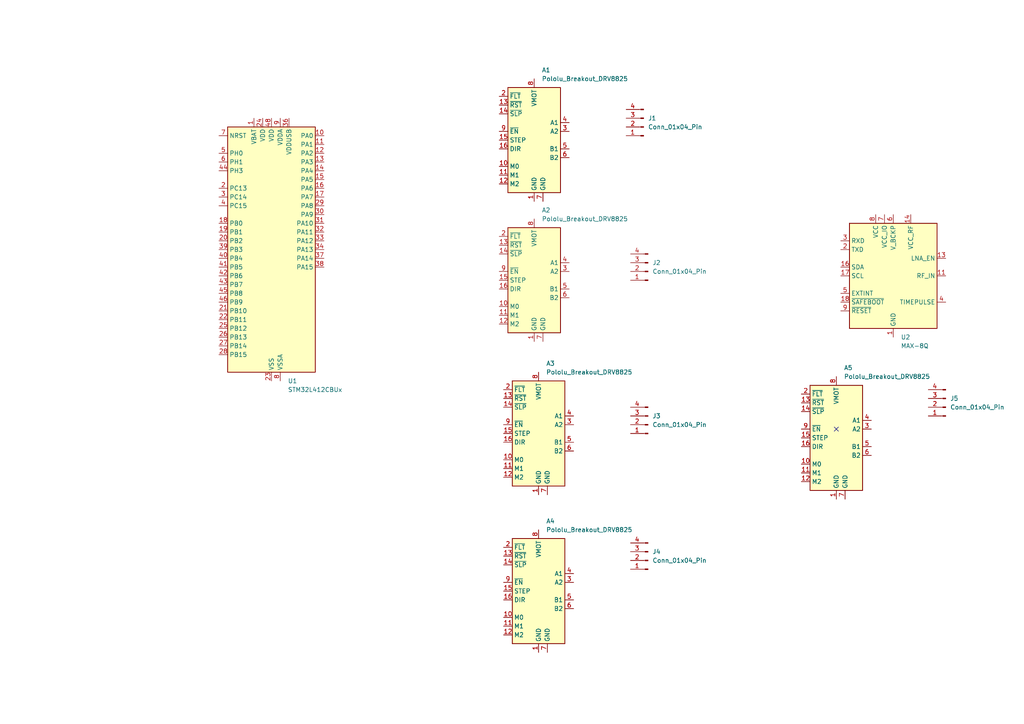
<source format=kicad_sch>
(kicad_sch (version 20230121) (generator eeschema)
  (paper "A4")
  (lib_symbols
    (symbol "Connector:Conn_01x04_Pin" (pin_names (offset 1.016) hide)
      (property "Reference" "J" (at 0 5.08 0))
      (property "Value" "Conn_01x04_Pin" (at 0 -7.62 0))
      (symbol "Conn_01x04_Pin_1_1"
        (polyline (pts (xy 1.27 -5.08) (xy 0.8636 -5.08)) (stroke (width 0.1524)))
        (polyline (pts (xy 1.27 -2.54) (xy 0.8636 -2.54)) (stroke (width 0.1524)))
        (polyline (pts (xy 1.27 0) (xy 0.8636 0)) (stroke (width 0.1524)))
        (polyline (pts (xy 1.27 2.54) (xy 0.8636 2.54)) (stroke (width 0.1524)))
        (rectangle (start 0.8636 -4.953) (end 0 -5.207) (stroke (width 0.1524)) (fill (type outline)))
        (rectangle (start 0.8636 -2.413) (end 0 -2.667) (stroke (width 0.1524)) (fill (type outline)))
        (rectangle (start 0.8636 0.127) (end 0 -0.127) (stroke (width 0.1524)) (fill (type outline)))
        (rectangle (start 0.8636 2.667) (end 0 2.413) (stroke (width 0.1524)) (fill (type outline)))
        (pin passive line (at 5.08 2.54 180) (length 3.81) (name "Pin_1") (number "1"))
        (pin passive line (at 5.08 0 180) (length 3.81) (name "Pin_2") (number "2"))
        (pin passive line (at 5.08 -2.54 180) (length 3.81) (name "Pin_3") (number "3"))
        (pin passive line (at 5.08 -5.08 180) (length 3.81) (name "Pin_4") (number "4"))
      )
    )
    (symbol "Driver_Motor:Pololu_Breakout_DRV8825"
      (property "Reference" "A" (at -2.54 16.51 0))
      (property "Value" "Pololu_Breakout_DRV8825" (at -2.54 13.97 0))
      (symbol "Pololu_Breakout_DRV8825_0_1"
        (rectangle (start 7.62 -17.78) (end -7.62 12.7) (stroke (width 0.254)) (fill (type background)))
      )
      (symbol "Pololu_Breakout_DRV8825_1_1"
        (pin power_in line (at 0 -20.32 90) (length 2.54) (name "GND") (number "1"))
        (pin input line (at -10.16 -10.16 0) (length 2.54) (name "M0") (number "10"))
        (pin input line (at -10.16 -12.7 0) (length 2.54) (name "M1") (number "11"))
        (pin input line (at -10.16 -15.24 0) (length 2.54) (name "M2") (number "12"))
        (pin input line (at -10.16 7.62 0) (length 2.54) (name "~{RST}") (number "13"))
        (pin input line (at -10.16 5.08 0) (length 2.54) (name "~{SLP}") (number "14"))
        (pin input line (at -10.16 -2.54 0) (length 2.54) (name "STEP") (number "15"))
        (pin input line (at -10.16 -5.08 0) (length 2.54) (name "DIR") (number "16"))
        (pin output line (at -10.16 10.16 0) (length 2.54) (name "~{FLT}") (number "2"))
        (pin output line (at 10.16 0 180) (length 2.54) (name "A2") (number "3"))
        (pin output line (at 10.16 2.54 180) (length 2.54) (name "A1") (number "4"))
        (pin output line (at 10.16 -5.08 180) (length 2.54) (name "B1") (number "5"))
        (pin output line (at 10.16 -7.62 180) (length 2.54) (name "B2") (number "6"))
        (pin power_in line (at 2.54 -20.32 90) (length 2.54) (name "GND") (number "7"))
        (pin power_in line (at 0 15.24 270) (length 2.54) (name "VMOT") (number "8"))
        (pin input line (at -10.16 0 0) (length 2.54) (name "~{EN}") (number "9"))
      )
    )
    (symbol "MCU_ST_STM32L4:STM32L412CBUx"
      (property "Reference" "U" (at -12.7 36.83 0))
      (property "Value" "STM32L412CBUx" (at 7.62 36.83 0))
      (symbol "STM32L412CBUx_0_1"
        (rectangle (start -12.7 -35.56) (end 12.7 35.56) (stroke (width 0.254)) (fill (type background)))
      )
      (symbol "STM32L412CBUx_1_1"
        (pin power_in line (at -5.08 38.1 270) (length 2.54) (name "VBAT") (number "1"))
        (pin bidirectional line (at 15.24 33.02 180) (length 2.54) (name "PA0") (number "10"))
        (pin bidirectional line (at 15.24 30.48 180) (length 2.54) (name "PA1") (number "11"))
        (pin bidirectional line (at 15.24 27.94 180) (length 2.54) (name "PA2") (number "12"))
        (pin bidirectional line (at 15.24 25.4 180) (length 2.54) (name "PA3") (number "13"))
        (pin bidirectional line (at 15.24 22.86 180) (length 2.54) (name "PA4") (number "14"))
        (pin bidirectional line (at 15.24 20.32 180) (length 2.54) (name "PA5") (number "15"))
        (pin bidirectional line (at 15.24 17.78 180) (length 2.54) (name "PA6") (number "16"))
        (pin bidirectional line (at 15.24 15.24 180) (length 2.54) (name "PA7") (number "17"))
        (pin bidirectional line (at -15.24 7.62 0) (length 2.54) (name "PB0") (number "18"))
        (pin bidirectional line (at -15.24 5.08 0) (length 2.54) (name "PB1") (number "19"))
        (pin bidirectional line (at -15.24 17.78 0) (length 2.54) (name "PC13") (number "2"))
        (pin bidirectional line (at -15.24 2.54 0) (length 2.54) (name "PB2") (number "20"))
        (pin bidirectional line (at -15.24 -17.78 0) (length 2.54) (name "PB10") (number "21"))
        (pin bidirectional line (at -15.24 -20.32 0) (length 2.54) (name "PB11") (number "22"))
        (pin power_in line (at 0 -38.1 90) (length 2.54) (name "VSS") (number "23"))
        (pin power_in line (at -2.54 38.1 270) (length 2.54) (name "VDD") (number "24"))
        (pin bidirectional line (at -15.24 -22.86 0) (length 2.54) (name "PB12") (number "25"))
        (pin bidirectional line (at -15.24 -25.4 0) (length 2.54) (name "PB13") (number "26"))
        (pin bidirectional line (at -15.24 -27.94 0) (length 2.54) (name "PB14") (number "27"))
        (pin bidirectional line (at -15.24 -30.48 0) (length 2.54) (name "PB15") (number "28"))
        (pin bidirectional line (at 15.24 12.7 180) (length 2.54) (name "PA8") (number "29"))
        (pin bidirectional line (at -15.24 15.24 0) (length 2.54) (name "PC14") (number "3"))
        (pin bidirectional line (at 15.24 10.16 180) (length 2.54) (name "PA9") (number "30"))
        (pin bidirectional line (at 15.24 7.62 180) (length 2.54) (name "PA10") (number "31"))
        (pin bidirectional line (at 15.24 5.08 180) (length 2.54) (name "PA11") (number "32"))
        (pin bidirectional line (at 15.24 2.54 180) (length 2.54) (name "PA12") (number "33"))
        (pin bidirectional line (at 15.24 0 180) (length 2.54) (name "PA13") (number "34"))
        (pin passive line (at 0 -38.1 90) (length 2.54) hide (name "VSS") (number "35"))
        (pin power_in line (at 5.08 38.1 270) (length 2.54) (name "VDDUSB") (number "36"))
        (pin bidirectional line (at 15.24 -2.54 180) (length 2.54) (name "PA14") (number "37"))
        (pin bidirectional line (at 15.24 -5.08 180) (length 2.54) (name "PA15") (number "38"))
        (pin bidirectional line (at -15.24 0 0) (length 2.54) (name "PB3") (number "39"))
        (pin bidirectional line (at -15.24 12.7 0) (length 2.54) (name "PC15") (number "4"))
        (pin bidirectional line (at -15.24 -2.54 0) (length 2.54) (name "PB4") (number "40"))
        (pin bidirectional line (at -15.24 -5.08 0) (length 2.54) (name "PB5") (number "41"))
        (pin bidirectional line (at -15.24 -7.62 0) (length 2.54) (name "PB6") (number "42"))
        (pin bidirectional line (at -15.24 -10.16 0) (length 2.54) (name "PB7") (number "43"))
        (pin bidirectional line (at -15.24 22.86 0) (length 2.54) (name "PH3") (number "44"))
        (pin bidirectional line (at -15.24 -12.7 0) (length 2.54) (name "PB8") (number "45"))
        (pin bidirectional line (at -15.24 -15.24 0) (length 2.54) (name "PB9") (number "46"))
        (pin passive line (at 0 -38.1 90) (length 2.54) hide (name "VSS") (number "47"))
        (pin power_in line (at 0 38.1 270) (length 2.54) (name "VDD") (number "48"))
        (pin passive line (at 0 -38.1 90) (length 2.54) hide (name "VSS") (number "49"))
        (pin bidirectional line (at -15.24 27.94 0) (length 2.54) (name "PH0") (number "5"))
        (pin bidirectional line (at -15.24 25.4 0) (length 2.54) (name "PH1") (number "6"))
        (pin input line (at -15.24 33.02 0) (length 2.54) (name "NRST") (number "7"))
        (pin power_in line (at 2.54 -38.1 90) (length 2.54) (name "VSSA") (number "8"))
        (pin power_in line (at 2.54 38.1 270) (length 2.54) (name "VDDA") (number "9"))
      )
    )
    (symbol "RF_GPS:MAX-8Q"
      (property "Reference" "U" (at -10.16 16.51 0))
      (property "Value" "MAX-8Q" (at 11.43 16.51 0))
      (symbol "MAX-8Q_0_1"
        (rectangle (start 12.7 15.24) (end -12.7 -15.24) (stroke (width 0.254)) (fill (type background)))
      )
      (symbol "MAX-8Q_1_1"
        (pin power_in line (at 0 -17.78 90) (length 2.54) (name "GND") (number "1"))
        (pin passive line (at 0 -17.78 90) (length 2.54) hide (name "GND") (number "10"))
        (pin input line (at 15.24 0 180) (length 2.54) (name "RF_IN") (number "11"))
        (pin passive line (at 0 -17.78 90) (length 2.54) hide (name "GND") (number "12"))
        (pin output line (at 15.24 5.08 180) (length 2.54) (name "LNA_EN") (number "13"))
        (pin power_out line (at 5.08 17.78 270) (length 2.54) (name "VCC_RF") (number "14"))
        (pin no_connect line (at 12.7 -5.08 180) (length 2.54) hide (name "Reserved") (number "15"))
        (pin bidirectional line (at -15.24 2.54 0) (length 2.54) (name "SDA") (number "16"))
        (pin input line (at -15.24 0 0) (length 2.54) (name "SCL") (number "17"))
        (pin input line (at -15.24 -7.62 0) (length 2.54) (name "~{SAFEBOOT}") (number "18"))
        (pin output line (at -15.24 7.62 0) (length 2.54) (name "TXD") (number "2"))
        (pin input line (at -15.24 10.16 0) (length 2.54) (name "RXD") (number "3"))
        (pin output line (at 15.24 -7.62 180) (length 2.54) (name "TIMEPULSE") (number "4"))
        (pin input line (at -15.24 -5.08 0) (length 2.54) (name "EXTINT") (number "5"))
        (pin power_in line (at 0 17.78 270) (length 2.54) (name "V_BCKP") (number "6"))
        (pin power_in line (at -2.54 17.78 270) (length 2.54) (name "VCC_IO") (number "7"))
        (pin power_in line (at -5.08 17.78 270) (length 2.54) (name "VCC") (number "8"))
        (pin input line (at -15.24 -10.16 0) (length 2.54) (name "~{RESET}") (number "9"))
      )
    )
  )
  (no_connect (at 242.57 124.46))
  (symbol (lib_id "Driver_Motor:Pololu_Breakout_DRV8825") (at 156.21 123.19 0) (unit 1)
    (property "Reference" "A3" (at 158.4041 105.41 0) (effects (justify left)))
    (property "Value" "Pololu_Breakout_DRV8825" (at 158.4041 107.95 0) (effects (justify left)))
    (property "Footprint" "Module:Pololu_Breakout-16_15.2x20.3mm" (effects hide))
    (property "Datasheet" "https://www.pololu.com/product/2982" (effects hide))
  )
  (symbol (lib_id "Driver_Motor:Pololu_Breakout_DRV8825") (at 242.57 124.46 0) (unit 1)
    (property "Reference" "A5" (at 244.7641 106.68 0) (effects (justify left)))
    (property "Value" "Pololu_Breakout_DRV8825" (at 244.7641 109.22 0) (effects (justify left)))
    (property "Footprint" "Module:Pololu_Breakout-16_15.2x20.3mm" (effects hide))
    (property "Datasheet" "https://www.pololu.com/product/2982" (effects hide))
  )
  (symbol (lib_id "Connector:Conn_01x04_Pin") (at 187.96 162.56 180) (unit 1)
    (property "Reference" "J4" (at 189.23 160.02 0) (effects (justify right)))
    (property "Value" "Conn_01x04_Pin" (at 189.23 162.56 0) (effects (justify right)))
    (property "Footprint" "Connector_JST:JST_PH_B4B-PH-K_1x04_P2.00mm_Vertical" (effects hide))
  )
  (symbol (lib_id "Driver_Motor:Pololu_Breakout_DRV8825") (at 156.21 168.91 0) (unit 1)
    (property "Reference" "A4" (at 158.4041 151.13 0) (effects (justify left)))
    (property "Value" "Pololu_Breakout_DRV8825" (at 158.4041 153.67 0) (effects (justify left)))
    (property "Footprint" "Module:Pololu_Breakout-16_15.2x20.3mm" (effects hide))
    (property "Datasheet" "https://www.pololu.com/product/2982" (effects hide))
  )
  (symbol (lib_id "Driver_Motor:Pololu_Breakout_DRV8825") (at 154.94 38.1 0) (unit 1)
    (property "Reference" "A1" (at 157.1341 20.32 0) (effects (justify left)))
    (property "Value" "Pololu_Breakout_DRV8825" (at 157.1341 22.86 0) (effects (justify left)))
    (property "Footprint" "Module:Pololu_Breakout-16_15.2x20.3mm" (effects hide))
    (property "Datasheet" "https://www.pololu.com/product/2982" (effects hide))
  )
  (symbol (lib_id "Connector:Conn_01x04_Pin") (at 186.69 36.83 180) (unit 1)
    (property "Reference" "J1" (at 187.96 34.29 0) (effects (justify right)))
    (property "Value" "Conn_01x04_Pin" (at 187.96 36.83 0) (effects (justify right)))
    (property "Footprint" "Connector_JST:JST_PH_B4B-PH-K_1x04_P2.00mm_Vertical" (effects hide))
  )
  (symbol (lib_id "Driver_Motor:Pololu_Breakout_DRV8825") (at 154.94 78.74 0) (unit 1)
    (property "Reference" "A2" (at 157.1341 60.96 0) (effects (justify left)))
    (property "Value" "Pololu_Breakout_DRV8825" (at 157.1341 63.5 0) (effects (justify left)))
    (property "Footprint" "Module:Pololu_Breakout-16_15.2x20.3mm" (effects hide))
    (property "Datasheet" "https://www.pololu.com/product/2982" (effects hide))
  )
  (symbol (lib_id "Connector:Conn_01x04_Pin") (at 187.96 78.74 180) (unit 1)
    (property "Reference" "J2" (at 189.23 76.2 0) (effects (justify right)))
    (property "Value" "Conn_01x04_Pin" (at 189.23 78.74 0) (effects (justify right)))
    (property "Footprint" "Connector_JST:JST_PH_B4B-PH-K_1x04_P2.00mm_Vertical" (effects hide))
  )
  (symbol (lib_id "Connector:Conn_01x04_Pin") (at 274.32 118.11 180) (unit 1)
    (property "Reference" "J5" (at 275.59 115.57 0) (effects (justify right)))
    (property "Value" "Conn_01x04_Pin" (at 275.59 118.11 0) (effects (justify right)))
    (property "Footprint" "Connector_JST:JST_PH_B4B-PH-K_1x04_P2.00mm_Vertical" (effects hide))
  )
  (symbol (lib_id "Connector:Conn_01x04_Pin") (at 187.96 123.19 180) (unit 1)
    (property "Reference" "J3" (at 189.23 120.65 0) (effects (justify right)))
    (property "Value" "Conn_01x04_Pin" (at 189.23 123.19 0) (effects (justify right)))
    (property "Footprint" "Connector_JST:JST_PH_B4B-PH-K_1x04_P2.00mm_Vertical" (effects hide))
  )
  (symbol (lib_id "RF_GPS:MAX-8Q") (at 259.08 80.01 0) (unit 1)
    (property "Reference" "U2" (at 261.2741 97.79 0) (effects (justify left)))
    (property "Value" "MAX-8Q" (at 261.2741 100.33 0) (effects (justify left)))
    (property "Footprint" "RF_GPS:ublox_MAX" (effects hide))
    (property "Datasheet" "https://www.u-blox.com/sites/default/files/MAX-8_DataSheet_%28UBX-16000093%29.pdf" (effects hide))
  )
  (symbol (lib_id "MCU_ST_STM32L4:STM32L412CBUx") (at 78.74 72.39 0) (unit 1)
    (property "Reference" "U1" (at 83.4741 110.49 0) (effects (justify left)))
    (property "Value" "STM32L412CBUx" (at 83.4741 113.03 0) (effects (justify left)))
    (property "Footprint" "Package_DFN_QFN:QFN-48-1EP_7x7mm_P0.5mm_EP5.6x5.6mm" (effects hide))
    (property "Datasheet" "https://www.st.com/resource/en/datasheet/stm32l412cb.pdf" (effects hide))
  )
)
</source>
